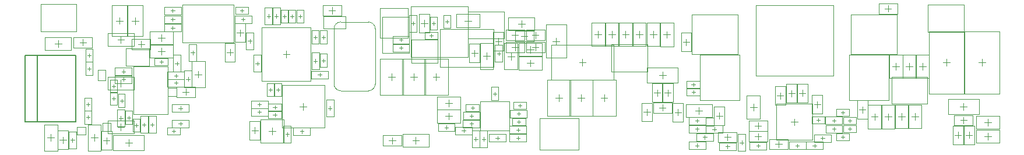
<source format=gbr>
%TF.GenerationSoftware,Altium Limited,Altium Designer,19.0.15 (446)*%
G04 Layer_Color=32768*
%FSLAX45Y45*%
%MOMM*%
%TF.FileFunction,Other,Mechanical_15*%
%TF.Part,Single*%
G01*
G75*
%TA.AperFunction,NonConductor*%
%ADD115C,0.20000*%
%ADD146C,0.10000*%
%ADD206C,0.05000*%
%ADD207C,0.05080*%
D115*
X1136080Y2414077D02*
X1700080D01*
Y1454077D02*
Y2414077D01*
X960080Y1454077D02*
X1700080D01*
X1136080D02*
Y2414077D01*
X960080Y1454077D02*
Y2414077D01*
X1136080D01*
D146*
X6047500Y2802240D02*
G03*
X5947500Y2902240I-100000J0D01*
G01*
X5547500D02*
G03*
X5447500Y2802240I0J-100000D01*
G01*
X5947500Y1902240D02*
G03*
X6047500Y2002240I0J100000D01*
G01*
X5447500D02*
G03*
X5547500Y1902240I100000J0D01*
G01*
X4084000Y2697065D02*
Y2792065D01*
X4036500Y2744565D02*
X4131500D01*
X3937000Y2414580D02*
Y2509580D01*
X3889500Y2462080D02*
X3984500D01*
X5121520Y2211760D02*
X5231520D01*
X5121520Y2456760D02*
X5231520D01*
X5121520Y2211760D02*
Y2456760D01*
X5231520Y2211760D02*
Y2456760D01*
X5176520Y2306760D02*
Y2361760D01*
X5149020Y2334260D02*
X5204020D01*
X5334880Y1526680D02*
X5444880D01*
X5334880Y1771680D02*
X5444880D01*
X5334880Y1526680D02*
Y1771680D01*
X5444880Y1526680D02*
Y1771680D01*
X5389880Y1621680D02*
Y1676680D01*
X5362380Y1649180D02*
X5417380D01*
X6541376Y2758820D02*
X6651376D01*
X6541376Y3003821D02*
X6651376D01*
Y2758820D02*
Y3003821D01*
X6541376Y2758820D02*
Y3003821D01*
X6596376Y2853821D02*
Y2908821D01*
X6568876Y2881321D02*
X6623876D01*
X6298612Y2470163D02*
Y2580163D01*
X6543612Y2470163D02*
Y2580163D01*
X6298612Y2470163D02*
X6543612D01*
X6298612Y2580163D02*
X6543612D01*
X6393612Y2525163D02*
X6448612D01*
X6421112Y2497664D02*
Y2552663D01*
X6543613Y2588745D02*
Y2698745D01*
X6298612Y2588745D02*
Y2698745D01*
X6543613D01*
X6298612Y2588745D02*
X6543613D01*
X6393612Y2643745D02*
X6448612D01*
X6421112Y2616245D02*
Y2671245D01*
X8626184Y2623451D02*
X8726184D01*
X8676184Y2573451D02*
Y2673451D01*
X7345301Y2918460D02*
X7445301D01*
X7395300Y2868460D02*
Y2968460D01*
X6870101Y2881313D02*
X6922101D01*
X6896101Y2855313D02*
Y2907313D01*
X6863080Y2675859D02*
Y2727859D01*
X6837080Y2701859D02*
X6889080D01*
X7063605Y2907313D02*
X7115605D01*
X7089605Y2881312D02*
Y2933313D01*
X6758941Y2833821D02*
Y2928820D01*
X6711441Y2881320D02*
X6806441D01*
X7835900Y2574368D02*
Y2669368D01*
X7788400Y2621868D02*
X7883400D01*
X8029700Y2534748D02*
X8124700D01*
X8077200Y2487248D02*
Y2582248D01*
X8326880Y2534748D02*
X8421880D01*
X8374380Y2487248D02*
Y2582248D01*
X8029700Y2710768D02*
X8124700D01*
X8077200Y2663268D02*
Y2758268D01*
X8326880Y2710768D02*
X8421880D01*
X8374380Y2663268D02*
Y2758268D01*
X5372860Y3068737D02*
X5467860D01*
X5420360Y3021237D02*
Y3116237D01*
X5269360Y2682500D02*
X5321360D01*
X5295360Y2656500D02*
Y2708500D01*
X5150520Y2682240D02*
X5202520D01*
X5176520Y2656240D02*
Y2708240D01*
X2335848Y1759673D02*
X2387848D01*
X2361848Y1733672D02*
Y1785673D01*
X6245820Y1178564D02*
X6340820D01*
X6293320Y1131064D02*
Y1226064D01*
X6586220Y1178560D02*
X6686220D01*
X6636220Y1128560D02*
Y1228560D01*
X2599180Y2578300D02*
X2694180D01*
X2646680Y2530800D02*
Y2625800D01*
X8164700Y2697480D02*
X8259700D01*
X8212200Y2649980D02*
Y2744980D01*
X8123023Y2875680D02*
X8223023D01*
X8173023Y2825680D02*
Y2925680D01*
X1389900Y2583804D02*
X1489900D01*
X1439900Y2533804D02*
Y2633804D01*
X1753360Y2603829D02*
X1848360D01*
X1800860Y2556329D02*
Y2651329D01*
X10972800Y1317948D02*
Y1372948D01*
X10945300Y1345448D02*
X11000300D01*
X10850300Y1400448D02*
X11095300D01*
X10850300Y1290448D02*
X11095300D01*
X10850300D02*
Y1400448D01*
X11095300Y1290448D02*
Y1400448D01*
X10668000Y1857122D02*
Y1909122D01*
X10642000Y1883122D02*
X10694000D01*
X7081520Y1341560D02*
Y1396560D01*
X7054020Y1369060D02*
X7109020D01*
X6959020Y1314060D02*
X7204020D01*
X6959020Y1424060D02*
X7204020D01*
Y1314060D02*
Y1424060D01*
X6959020Y1314060D02*
Y1424060D01*
X7332980Y1295840D02*
Y1350840D01*
X7305480Y1323340D02*
X7360480D01*
X7210480Y1268340D02*
X7455480D01*
X7210480Y1378340D02*
X7455480D01*
Y1268340D02*
Y1378340D01*
X7210480Y1268340D02*
Y1378340D01*
X3152148Y1989260D02*
Y2044260D01*
X3124648Y2016760D02*
X3179648D01*
X3029648Y2071760D02*
X3274648D01*
X3029648Y1961760D02*
X3274648D01*
X3029648D02*
Y2071760D01*
X3274648Y1961760D02*
Y2071760D01*
X3152140Y2093400D02*
Y2148400D01*
X3124640Y2120900D02*
X3179640D01*
X3029640Y2175900D02*
X3274640D01*
X3029640Y2065900D02*
X3274640D01*
X3029640D02*
Y2175900D01*
X3274640Y2065900D02*
Y2175900D01*
X7787500Y2320000D02*
X7897500D01*
X7787500Y2565000D02*
X7897500D01*
X7787500Y2320000D02*
Y2565000D01*
X7897500Y2320000D02*
Y2565000D01*
X7842500Y2415000D02*
Y2470000D01*
X7815000Y2442500D02*
X7870000D01*
X3272400Y2195000D02*
X3382400D01*
X3272400Y1950000D02*
X3382400D01*
Y2195000D01*
X3272400Y1950000D02*
Y2195000D01*
X3327400Y2045000D02*
Y2100000D01*
X3299900Y2072500D02*
X3354900D01*
X2297040Y1383060D02*
X2407040D01*
X2297040Y1628060D02*
X2407040D01*
X2297040Y1383060D02*
Y1628060D01*
X2407040Y1383060D02*
Y1628060D01*
X2352040Y1478061D02*
Y1533061D01*
X2324540Y1505561D02*
X2379540D01*
X1593460Y1063868D02*
X1703460D01*
X1593460Y1308868D02*
X1703460D01*
X1593460Y1063868D02*
Y1308868D01*
X1703460Y1063868D02*
Y1308868D01*
X1648460Y1158868D02*
Y1213868D01*
X1620960Y1186368D02*
X1675960D01*
X2389720Y2155000D02*
Y2210000D01*
X2362220Y2182500D02*
X2417220D01*
X2267220Y2237500D02*
X2512220D01*
X2267220Y2127500D02*
X2512220D01*
X2267220D02*
Y2237500D01*
X2512220Y2127500D02*
Y2237500D01*
X2389720Y2039960D02*
Y2094960D01*
X2362220Y2067460D02*
X2417220D01*
X2267220Y2122460D02*
X2512220D01*
X2267220Y2012460D02*
X2512220D01*
X2267220D02*
Y2122460D01*
X2512220Y2012460D02*
Y2122460D01*
X2780000Y1409700D02*
X2835000D01*
X2807500Y1382200D02*
Y1437200D01*
X2862500Y1287200D02*
Y1532200D01*
X2752500Y1287200D02*
Y1532200D01*
X2862500D01*
X2752500Y1287200D02*
X2862500D01*
X2659820Y1409700D02*
X2714820D01*
X2687320Y1382200D02*
Y1437200D01*
X2742320Y1287200D02*
Y1532200D01*
X2632320Y1287200D02*
Y1532200D01*
X2742320D01*
X2632320Y1287200D02*
X2742320D01*
X2096500Y1177500D02*
X2191500D01*
X2144000Y1130000D02*
Y1225000D01*
X2575560Y1375260D02*
Y1427260D01*
X2549560Y1401260D02*
X2601560D01*
X2468880Y1487840D02*
Y1539840D01*
X2442880Y1513840D02*
X2494880D01*
X3105000Y2912500D02*
Y2967500D01*
X3077500Y2940000D02*
X3132500D01*
X2982500Y2995000D02*
X3227500D01*
X2982500Y2885000D02*
X3227500D01*
X2982500D02*
Y2995000D01*
X3227500Y2885000D02*
Y2995000D01*
X3105000Y3040500D02*
Y3095500D01*
X3077500Y3068000D02*
X3132500D01*
X2982500Y3123000D02*
X3227500D01*
X2982500Y3013000D02*
X3227500D01*
X2982500D02*
Y3123000D01*
X3227500Y3013000D02*
Y3123000D01*
X3105000Y2787500D02*
Y2842500D01*
X3077500Y2815000D02*
X3132500D01*
X2982500Y2870000D02*
X3227500D01*
X2982500Y2760000D02*
X3227500D01*
X2982500D02*
Y2870000D01*
X3227500Y2760000D02*
Y2870000D01*
X3368480Y2456180D02*
X3423480D01*
X3395980Y2428680D02*
Y2483680D01*
X3450980Y2333680D02*
Y2578680D01*
X3340980Y2333680D02*
Y2578680D01*
X3450980D01*
X3340980Y2333680D02*
X3450980D01*
X4196520Y2624365D02*
X4251520D01*
X4224020Y2596865D02*
Y2651865D01*
X4169020Y2501865D02*
Y2746865D01*
X4279020Y2501865D02*
Y2746865D01*
X4169020Y2501865D02*
X4279020D01*
X4169020Y2746865D02*
X4279020D01*
X4127500Y2912500D02*
Y2967500D01*
X4100000Y2940000D02*
X4155000D01*
X4005000Y2885000D02*
X4250000D01*
X4005000Y2995000D02*
X4250000D01*
Y2885000D02*
Y2995000D01*
X4005000Y2885000D02*
Y2995000D01*
X4084000Y3067500D02*
X4136000D01*
X4110000Y3041500D02*
Y3093500D01*
X2937844Y2620500D02*
Y2720500D01*
X2887844Y2670500D02*
X2987844D01*
X2937844Y2425500D02*
Y2525500D01*
X2887844Y2475500D02*
X2987844D01*
X2911500Y2320500D02*
X2963500D01*
X2937500Y2294500D02*
Y2346500D01*
X3138040Y2299620D02*
X3193040D01*
X3165540Y2272120D02*
Y2327120D01*
X3220540Y2177120D02*
Y2422120D01*
X3110540Y2177120D02*
Y2422120D01*
X3220540D01*
X3110540Y2177120D02*
X3220540D01*
X3218220Y1621400D02*
Y1676400D01*
X3190720Y1648900D02*
X3245720D01*
X3095720Y1593900D02*
X3340720D01*
X3095720Y1703900D02*
X3340720D01*
Y1593900D02*
Y1703900D01*
X3095720Y1593900D02*
Y1703900D01*
X3294380Y1837500D02*
Y1932500D01*
X3246880Y1885000D02*
X3341880D01*
X3427260Y2141220D02*
X3527260D01*
X3477260Y2091220D02*
Y2191220D01*
X3090580Y1312500D02*
X3142580D01*
X3116580Y1286500D02*
Y1338500D01*
X2250000Y1944000D02*
Y1996000D01*
X2224000Y1970000D02*
X2276000D01*
X2250000Y1761824D02*
Y1813824D01*
X2224000Y1787824D02*
X2276000D01*
X10750276Y1560128D02*
Y1660128D01*
X10700276Y1610128D02*
X10800276D01*
X10997500Y1537500D02*
X11092500D01*
X11045000Y1490000D02*
Y1585000D01*
X7968667Y2402362D02*
X8068667D01*
X8018667Y2352363D02*
Y2452363D01*
X7442500Y2447500D02*
X7537500D01*
X7490000Y2400000D02*
Y2495000D01*
X4582500Y2987500D02*
X4637500D01*
X4610000Y2960000D02*
Y3015000D01*
X4665000Y2865000D02*
Y3110000D01*
X4555000Y2865000D02*
Y3110000D01*
X4665000D01*
X4555000Y2865000D02*
X4665000D01*
X4470000Y2987500D02*
X4525000D01*
X4497500Y2960000D02*
Y3015000D01*
X4552500Y2865000D02*
Y3110000D01*
X4442500Y2865000D02*
Y3110000D01*
X4552500D01*
X4442500Y2865000D02*
X4552500D01*
X1889760Y2199040D02*
Y2251040D01*
X1863760Y2225040D02*
X1915760D01*
X1889760Y2392080D02*
Y2444080D01*
X1863760Y2418080D02*
X1915760D01*
X1877060Y1679440D02*
Y1731440D01*
X1851060Y1705440D02*
X1903060D01*
X1877468Y1490380D02*
Y1542380D01*
X1851468Y1516380D02*
X1903468D01*
X4280780Y2421200D02*
X4390780D01*
X4280780Y2176200D02*
X4390780D01*
Y2421200D01*
X4280780Y2176200D02*
Y2421200D01*
X4335780Y2271200D02*
Y2326200D01*
X4308280Y2298700D02*
X4363280D01*
X3095680Y1369940D02*
Y1479940D01*
X3340680Y1369940D02*
Y1479940D01*
X3095680D02*
X3340680D01*
X3095680Y1369940D02*
X3340680D01*
X3190680Y1424940D02*
X3245680D01*
X3218180Y1397440D02*
Y1452440D01*
X5362520Y2080557D02*
Y2190557D01*
X5117520Y2080557D02*
Y2190557D01*
Y2080557D02*
X5362520D01*
X5117520Y2190557D02*
X5362520D01*
X5212520Y2135557D02*
X5267520D01*
X5240020Y2108057D02*
Y2163057D01*
X4706480Y2431136D02*
X4806480D01*
X4756480Y2381136D02*
Y2481136D01*
X8252500Y2302500D02*
X8352500D01*
X8302500Y2252500D02*
Y2352500D01*
X8008040Y1514280D02*
Y1624280D01*
X8253040Y1514280D02*
Y1624280D01*
X8008040D02*
X8253040D01*
X8008040Y1514280D02*
X8253040D01*
X8103040Y1569280D02*
X8158040D01*
X8130540Y1541780D02*
Y1596780D01*
X9372300Y1745780D02*
Y1845780D01*
X9322300Y1795780D02*
X9422300D01*
X9040390Y1748098D02*
Y1848098D01*
X8990390Y1798098D02*
X9090390D01*
X8712200Y1748101D02*
Y1848101D01*
X8662200Y1798102D02*
X8762200D01*
X8147050Y1661010D02*
Y1713010D01*
X8121050Y1687010D02*
X8173050D01*
X8253750Y2500000D02*
X8353750D01*
X8303750Y2450000D02*
Y2550000D01*
X7453460Y1322320D02*
X7563460D01*
X7453460Y1077320D02*
X7563460D01*
Y1322320D01*
X7453460Y1077320D02*
Y1322320D01*
X7508460Y1172319D02*
Y1227320D01*
X7480960Y1199820D02*
X7535960D01*
X7567760Y1322288D02*
X7677760D01*
X7567760Y1077288D02*
X7677760D01*
Y1322288D01*
X7567760Y1077288D02*
Y1322288D01*
X7622760Y1172287D02*
Y1227288D01*
X7595260Y1199788D02*
X7650260D01*
X7999120Y1159666D02*
Y1269666D01*
X8244120Y1159666D02*
Y1269666D01*
X7999120D02*
X8244120D01*
X7999120Y1159666D02*
X8244120D01*
X8094120Y1214666D02*
X8149120D01*
X8121620Y1187166D02*
Y1242166D01*
X7067702Y1532500D02*
X7167702D01*
X7117702Y1482500D02*
Y1582500D01*
X7067702Y1720000D02*
X7167702D01*
X7117702Y1670000D02*
Y1770000D01*
X6932500Y2054418D02*
Y2154418D01*
X6882500Y2104417D02*
X6982500D01*
X6610000Y2054418D02*
Y2154418D01*
X6560000Y2104417D02*
X6660000D01*
X6287501Y2054418D02*
Y2154418D01*
X6237500Y2104417D02*
X6337500D01*
X7945000Y1159666D02*
Y1269666D01*
X7700000Y1159666D02*
Y1269666D01*
Y1159666D02*
X7945000D01*
X7700000Y1269666D02*
X7945000D01*
X7795000Y1214666D02*
X7850000D01*
X7822500Y1187167D02*
Y1242166D01*
X7756501Y1861156D02*
X7808501D01*
X7782501Y1835156D02*
Y1887156D01*
X8133750Y1426440D02*
Y1478440D01*
X8107749Y1452440D02*
X8159749D01*
X7322240Y1368180D02*
Y1478180D01*
X7567240Y1368180D02*
Y1478180D01*
X7322240D02*
X7567240D01*
X7322240Y1368180D02*
X7567240D01*
X7417240Y1423180D02*
X7472240D01*
X7444740Y1395680D02*
Y1450680D01*
X8243550Y1279192D02*
Y1389192D01*
X7998550Y1279192D02*
Y1389192D01*
Y1279192D02*
X8243550D01*
X7998550Y1389192D02*
X8243550D01*
X8093550Y1334192D02*
X8148550D01*
X8121050Y1306692D02*
Y1361692D01*
X7568001Y1481400D02*
Y1591400D01*
X7323001Y1481400D02*
Y1591400D01*
Y1481400D02*
X7568001D01*
X7323001Y1591400D02*
X7568001D01*
X7418000Y1536400D02*
X7473001D01*
X7445500Y1508900D02*
Y1563900D01*
X7459780Y1629916D02*
Y1681916D01*
X7433780Y1655916D02*
X7485780D01*
X1969000Y1170000D02*
Y1270000D01*
X1919000Y1220000D02*
X2019000D01*
X2352200Y1958800D02*
Y2058800D01*
X2302200Y2008800D02*
X2402200D01*
X1334900Y1171280D02*
Y1271280D01*
X1284900Y1221280D02*
X1384900D01*
X1509900Y1138860D02*
Y1233860D01*
X1462400Y1186360D02*
X1557400D01*
X7665000Y2357500D02*
Y2457500D01*
X7615000Y2407500D02*
X7715000D01*
X4712780Y1393826D02*
X4822780D01*
X4712780Y1148826D02*
X4822780D01*
Y1393826D01*
X4712780Y1148826D02*
Y1393826D01*
X4767780Y1243826D02*
Y1298826D01*
X4740280Y1271326D02*
X4795280D01*
X12482500Y1451660D02*
Y1503660D01*
X12456500Y1477660D02*
X12508500D01*
X10958610Y1172500D02*
Y1282500D01*
X10713610Y1172500D02*
Y1282500D01*
Y1172500D02*
X10958610D01*
X10713610Y1282500D02*
X10958610D01*
X10808609Y1227500D02*
X10863609D01*
X10836109Y1200000D02*
Y1255000D01*
X10565000Y2562500D02*
Y2657500D01*
X10517500Y2610000D02*
X10612500D01*
X10845001Y1052500D02*
Y1162500D01*
X10600001Y1052500D02*
Y1162500D01*
Y1052500D02*
X10845001D01*
X10600001Y1162500D02*
X10845001D01*
X10695000Y1107500D02*
X10750001D01*
X10722501Y1080000D02*
Y1135000D01*
X10845000Y1292500D02*
Y1402500D01*
X10600000Y1292500D02*
Y1402500D01*
Y1292500D02*
X10845000D01*
X10600000Y1402500D02*
X10845000D01*
X10695000Y1347500D02*
X10750000D01*
X10722500Y1320000D02*
Y1375000D01*
X10845000Y1412500D02*
Y1522500D01*
X10600000Y1412500D02*
Y1522500D01*
Y1412500D02*
X10845000D01*
X10600000Y1522500D02*
X10845000D01*
X10695000Y1467500D02*
X10750000D01*
X10722500Y1440000D02*
Y1495000D01*
X11486480Y1047700D02*
Y1157700D01*
X11731480Y1047700D02*
Y1157700D01*
X11486480D02*
X11731480D01*
X11486480Y1047700D02*
X11731480D01*
X11581480Y1102700D02*
X11636480D01*
X11608980Y1075200D02*
Y1130200D01*
X11315000Y1027500D02*
X11425000D01*
X11315000Y1272500D02*
X11425000D01*
X11315000Y1027500D02*
Y1272500D01*
X11425000Y1027500D02*
Y1272500D01*
X11370000Y1122500D02*
Y1177500D01*
X11342500Y1150000D02*
X11397500D01*
X11540000Y1611160D02*
Y1711160D01*
X11490000Y1661160D02*
X11590000D01*
X12307500Y1050000D02*
Y1160000D01*
X12552500Y1050000D02*
Y1160000D01*
X12307500D02*
X12552500D01*
X12307500Y1050000D02*
X12552500D01*
X12402500Y1105000D02*
X12457500D01*
X12430000Y1077500D02*
Y1132500D01*
X12667500Y1157460D02*
Y1267460D01*
X12422500Y1157460D02*
Y1267460D01*
Y1157460D02*
X12667500D01*
X12422500Y1267460D02*
X12667500D01*
X12517500Y1212460D02*
X12572500D01*
X12545000Y1184960D02*
Y1239960D01*
X11042720Y1038338D02*
Y1148338D01*
X11287720Y1038338D02*
Y1148338D01*
X11042720D02*
X11287720D01*
X11042720Y1038338D02*
X11287720D01*
X11137720Y1093338D02*
X11192721D01*
X11165220Y1065838D02*
Y1120838D01*
X12057500Y1050000D02*
Y1160000D01*
X12302500Y1050000D02*
Y1160000D01*
X12057500D02*
X12302500D01*
X12057500Y1050000D02*
X12302500D01*
X12152500Y1105000D02*
X12207500D01*
X12180000Y1077500D02*
Y1132500D01*
X2512711Y2918460D02*
X2612711D01*
X2562711Y2868460D02*
Y2968460D01*
X2280662Y2919856D02*
X2380662D01*
X2330662Y2869856D02*
Y2969856D01*
X2464000Y1097500D02*
Y1197500D01*
X2414000Y1147500D02*
X2514000D01*
X2302200Y1373800D02*
X2402200D01*
X2352200Y1323800D02*
Y1423800D01*
X2302200Y2646300D02*
X2402200D01*
X2352200Y2596300D02*
Y2696300D01*
X4297680Y1278380D02*
Y1373380D01*
X4250180Y1325880D02*
X4345180D01*
X13840152Y1524796D02*
X13940152D01*
X13890152Y1474795D02*
Y1574795D01*
X4365000Y1566700D02*
Y1621700D01*
X4337500Y1594200D02*
X4392500D01*
X4242500Y1539200D02*
X4487500D01*
X4242500Y1649200D02*
X4487500D01*
Y1539200D02*
Y1649200D01*
X4242500Y1539200D02*
Y1649200D01*
X5547500Y1902240D02*
X5947500D01*
X5447500Y2002240D02*
Y2802240D01*
X6047500Y2002240D02*
Y2802240D01*
X5547500Y2902240D02*
X5947500D01*
X12087500Y1447500D02*
X12187500D01*
X12137500Y1397500D02*
Y1497500D01*
X11560000Y1237804D02*
X11655000D01*
X11607500Y1190304D02*
Y1285304D01*
X12834000Y1291460D02*
Y1401460D01*
X12589000Y1291460D02*
Y1401460D01*
Y1291460D02*
X12834000D01*
X12589000Y1401460D02*
X12834000D01*
X12684000Y1346460D02*
X12739000D01*
X12711500Y1318960D02*
Y1373960D01*
X12940981Y1320460D02*
Y1372460D01*
X12914980Y1346460D02*
X12966980D01*
X12836501Y1560320D02*
Y1612320D01*
X12810500Y1586320D02*
X12862500D01*
X10667420Y1966022D02*
Y2018022D01*
X10641420Y1992022D02*
X10693420D01*
X14348460Y2262498D02*
Y2362498D01*
X14298460Y2312498D02*
X14398460D01*
X13123682Y1578100D02*
Y1673100D01*
X13076181Y1625600D02*
X13171181D01*
X11560000Y1394460D02*
X11655000D01*
X11607500Y1346960D02*
Y1441960D01*
X11860000Y1126497D02*
X11955000D01*
X11907500Y1078997D02*
Y1173997D01*
X12095140Y1816434D02*
Y1911434D01*
X12047640Y1863934D02*
X12142640D01*
X12251546Y1821176D02*
Y1916176D01*
X12204046Y1868676D02*
X12299046D01*
X12833501Y1413820D02*
Y1523820D01*
X12588500Y1413820D02*
Y1523820D01*
Y1413820D02*
X12833501D01*
X12588500Y1523820D02*
X12833501D01*
X12683499Y1468820D02*
X12738500D01*
X12710999Y1441320D02*
Y1496320D01*
X12941000Y1442820D02*
Y1494820D01*
X12914999Y1468820D02*
X12966998D01*
X12836501Y1202960D02*
Y1254960D01*
X12810500Y1228960D02*
X12862500D01*
X14513741Y1210000D02*
Y1305000D01*
X14466240Y1257500D02*
X14561240D01*
X14673740Y1210000D02*
Y1305000D01*
X14626241Y1257500D02*
X14721240D01*
X14543739Y1672500D02*
X14643739D01*
X14593739Y1622500D02*
Y1722500D01*
X10172500Y1656859D02*
X10267500D01*
X10220000Y1609359D02*
Y1704359D01*
X10444480Y1541334D02*
Y1636334D01*
X10396980Y1588834D02*
X10491980D01*
X9994160Y1543601D02*
Y1638601D01*
X9946661Y1591101D02*
X10041660D01*
X10142500Y1824282D02*
Y1919282D01*
X10095000Y1871782D02*
X10190000D01*
X10297500Y1824282D02*
Y1919282D01*
X10250000Y1871782D02*
X10345000D01*
X13450000Y3095000D02*
X13545000D01*
X13497501Y3047500D02*
Y3142500D01*
X11116952Y1227500D02*
X11211952D01*
X11164452Y1180000D02*
Y1275000D01*
X11930380Y1781300D02*
Y1876300D01*
X11882880Y1828800D02*
X11977880D01*
X12468860Y1656840D02*
Y1751840D01*
X12421360Y1704340D02*
X12516360D01*
X14859000Y2262490D02*
Y2362490D01*
X14809000Y2312490D02*
X14909000D01*
X9007640Y2313402D02*
X9107640D01*
X9057640Y2263402D02*
Y2363402D01*
X14546240Y1472500D02*
X14641240D01*
X14593739Y1425000D02*
Y1520000D01*
X14896152Y1238636D02*
X14996152D01*
X14946152Y1188635D02*
Y1288635D01*
X14896152Y1441136D02*
X14996152D01*
X14946152Y1391135D02*
Y1491135D01*
X13300153Y1473580D02*
Y1573580D01*
X13250153Y1523580D02*
X13350153D01*
X13695152Y1474795D02*
Y1574795D01*
X13645152Y1524796D02*
X13745152D01*
X10170000Y2129283D02*
X10270000D01*
X10220000Y2079282D02*
Y2179282D01*
X13997501Y2207500D02*
Y2307500D01*
X13947501Y2257500D02*
X14047501D01*
X13612500Y2207500D02*
Y2307500D01*
X13562500Y2257500D02*
X13662500D01*
X13497652Y1473580D02*
Y1573580D01*
X13447652Y1523580D02*
X13547652D01*
X13805000Y2208364D02*
Y2308364D01*
X13755000Y2258364D02*
X13855000D01*
X9483572Y2668363D02*
Y2768364D01*
X9433572Y2718363D02*
X9533572D01*
X9684643Y2668363D02*
Y2768364D01*
X9634643Y2718363D02*
X9734643D01*
X9885714Y2668363D02*
Y2768364D01*
X9835714Y2718363D02*
X9935714D01*
X10086786Y2668363D02*
Y2768364D01*
X10036786Y2718363D02*
X10136786D01*
X9285531Y2671247D02*
Y2771247D01*
X9235531Y2721247D02*
X9335531D01*
X10285014Y2667220D02*
Y2767221D01*
X10235014Y2717220D02*
X10335014D01*
X5295344Y2317103D02*
Y2369103D01*
X5269344Y2343103D02*
X5321344D01*
X4502780Y1313500D02*
X4602780D01*
X4552780Y1263500D02*
Y1363500D01*
X4632384Y1893040D02*
Y1945040D01*
X4606384Y1919040D02*
X4658384D01*
X4525656Y1893040D02*
Y1945040D01*
X4499656Y1919040D02*
X4551656D01*
X4954479Y2959731D02*
Y3011732D01*
X4928479Y2985732D02*
X4980479D01*
X4840179Y2959731D02*
Y3011732D01*
X4814179Y2985732D02*
X4866179D01*
X4725879Y2959731D02*
Y3011732D01*
X4699879Y2985732D02*
X4751879D01*
X4562384Y1665639D02*
X4614384D01*
X4588384Y1639639D02*
Y1691638D01*
X4562384Y1551339D02*
X4614384D01*
X4588384Y1525339D02*
Y1577338D01*
X4950960Y1674180D02*
X5050960D01*
X5000960Y1624180D02*
Y1724180D01*
X4980640Y1286000D02*
Y1341000D01*
X4953140Y1313500D02*
X5008140D01*
X4858140Y1368500D02*
X5103140D01*
X4858140Y1258500D02*
X5103140D01*
X4858140D02*
Y1368500D01*
X5103140Y1258500D02*
Y1368500D01*
X4242500Y1649200D02*
Y1759200D01*
X4487500Y1649200D02*
Y1759200D01*
X4242500D02*
X4487500D01*
X4242500Y1649200D02*
X4487500D01*
X4337500Y1704200D02*
X4392500D01*
X4365000Y1676700D02*
Y1731700D01*
D206*
X4009000Y2879565D02*
X4159000D01*
X4009000Y2609565D02*
X4159000D01*
Y2879565D01*
X4009000Y2609565D02*
Y2879565D01*
X3862000Y2597080D02*
X4012000D01*
X3862000Y2327080D02*
X4012000D01*
Y2597080D01*
X3862000Y2327080D02*
Y2597080D01*
X8526184Y2383451D02*
Y2863451D01*
X8826184Y2383451D02*
Y2863451D01*
X8526184D02*
X8826184D01*
X8526184Y2383451D02*
X8826184D01*
X7225301Y2823460D02*
Y3013460D01*
X7565301Y2823460D02*
Y3013460D01*
X7225301Y2823460D02*
X7565301D01*
X7225301Y3013460D02*
X7565301D01*
X6573041Y2647500D02*
X6958041D01*
X6573041Y2305500D02*
Y2647500D01*
Y2305500D02*
X6958041D01*
Y2647500D01*
X6946101Y2786313D02*
Y2976313D01*
X6846101Y2786313D02*
Y2976313D01*
Y2786313D02*
X6946101D01*
X6846101Y2976313D02*
X6946101D01*
X6768080Y2751859D02*
X6958080D01*
X6768080Y2651859D02*
X6958080D01*
Y2751859D01*
X6768080Y2651859D02*
Y2751859D01*
X7139605Y2812313D02*
Y3002313D01*
X7039605Y2812313D02*
Y3002313D01*
Y2812313D02*
X7139605D01*
X7039605Y3002313D02*
X7139605D01*
X6683941Y3016321D02*
X6833941D01*
X6683941Y2746320D02*
X6833941D01*
X6683941D02*
Y3016321D01*
X6833941Y2746320D02*
Y3016321D01*
X7767105Y2248931D02*
Y2798931D01*
X6986105Y2248931D02*
Y2798931D01*
X7767105D01*
X6986105Y2248931D02*
X7767105D01*
X7760900Y2756868D02*
X7910900D01*
X7760900Y2486868D02*
X7910900D01*
X7760900D02*
Y2756868D01*
X7910900Y2486868D02*
Y2756868D01*
X8212200Y2459748D02*
Y2609748D01*
X7942200Y2459748D02*
Y2609748D01*
X8212200D01*
X7942200Y2459748D02*
X8212200D01*
X8239380D02*
Y2609748D01*
X8509380Y2459748D02*
Y2609748D01*
X8239380Y2459748D02*
X8509380D01*
X8239380Y2609748D02*
X8509380D01*
X8212200Y2635768D02*
Y2785768D01*
X7942200Y2635768D02*
Y2785768D01*
X8212200D01*
X7942200Y2635768D02*
X8212200D01*
X8239380D02*
Y2785768D01*
X8509380Y2635768D02*
Y2785768D01*
X8239380Y2635768D02*
X8509380D01*
X8239380Y2785768D02*
X8509380D01*
X5555360Y2993736D02*
Y3143736D01*
X5285360Y2993736D02*
Y3143736D01*
Y2993736D02*
X5555360D01*
X5285360Y3143736D02*
X5555360D01*
X2017640Y2201460D02*
X2127640D01*
Y2051460D02*
Y2201460D01*
X2017640Y2051460D02*
X2127640D01*
X2017640D02*
Y2201460D01*
X5298460Y2808100D02*
Y2983100D01*
Y2808100D02*
X5618460D01*
Y2983100D01*
X5298460D02*
X5618460D01*
X5345360Y2587500D02*
Y2777500D01*
X5245360Y2587500D02*
Y2777500D01*
X5345360D01*
X5245360Y2587500D02*
X5345360D01*
X5226520Y2587240D02*
Y2777240D01*
X5126520Y2587240D02*
Y2777240D01*
X5226520D01*
X5126520Y2587240D02*
X5226520D01*
X2311848Y1664673D02*
Y1854672D01*
X2411848Y1664673D02*
Y1854672D01*
X2311848Y1664673D02*
X2411848D01*
X2311848Y1854672D02*
X2411848D01*
X6158320Y1103564D02*
Y1253564D01*
X6428320Y1103564D02*
Y1253564D01*
X6158320D02*
X6428320D01*
X6158320Y1103564D02*
X6428320D01*
X6826720Y1083560D02*
Y1273560D01*
X6445720Y1083560D02*
Y1273560D01*
Y1083560D02*
X6826720D01*
X6445720Y1273560D02*
X6826720D01*
X2511680Y2503300D02*
Y2653300D01*
X2781680Y2503300D02*
Y2653300D01*
X2511680D02*
X2781680D01*
X2511680Y2503300D02*
X2781680D01*
X8077200Y2622480D02*
Y2772480D01*
X8347200Y2622480D02*
Y2772480D01*
X8077200D02*
X8347200D01*
X8077200Y2622480D02*
X8347200D01*
X7982523Y2780680D02*
Y2970680D01*
X8363523Y2780680D02*
Y2970680D01*
X7982523D02*
X8363523D01*
X7982523Y2780680D02*
X8363523D01*
X1249400Y2488804D02*
Y2678804D01*
X1630400Y2488804D02*
Y2678804D01*
X1249400D02*
X1630400D01*
X1249400Y2488804D02*
X1630400D01*
X1935860Y2528829D02*
Y2678829D01*
X1665860Y2528829D02*
Y2678829D01*
Y2528829D02*
X1935860D01*
X1665860Y2678829D02*
X1935860D01*
X12706160Y2123940D02*
Y3141440D01*
X11573660Y2123940D02*
X12706160D01*
X11573660Y3141440D02*
X12706160D01*
X11573660Y2123940D02*
Y3141440D01*
X13505499Y1763364D02*
Y2428364D01*
X12935500Y1763364D02*
X13505499D01*
X12935500D02*
Y2428364D01*
X13505499D01*
X12958501Y2437364D02*
X13623500D01*
X12958501D02*
Y3007364D01*
X13623500D01*
Y2437364D02*
Y3007364D01*
X10647500Y3007500D02*
X11312500D01*
Y2437500D02*
Y3007500D01*
X10647500Y2437500D02*
X11312500D01*
X10647500D02*
Y3007500D01*
X11337000Y1762500D02*
Y2427500D01*
X10767000Y1762500D02*
X11337000D01*
X10767000D02*
Y2427500D01*
X11337000D01*
X10573000Y1833122D02*
X10763000D01*
X10573000Y1933122D02*
X10763000D01*
Y1833122D02*
Y1933122D01*
X10573000Y1833122D02*
Y1933122D01*
X2537980Y1560440D02*
Y2255440D01*
X3032980D01*
Y1560440D02*
Y2255440D01*
X2537980Y1560440D02*
X3032980D01*
X2069000Y1042500D02*
Y1312500D01*
X2219000Y1042500D02*
Y1312500D01*
X2069000Y1042500D02*
X2219000D01*
X2069000Y1312500D02*
X2219000D01*
X2525560Y1306260D02*
X2625560D01*
X2525560Y1496260D02*
X2625560D01*
X2525560Y1306260D02*
Y1496260D01*
X2625560Y1306260D02*
Y1496260D01*
X2418880Y1608840D02*
X2518880D01*
X2418880Y1418840D02*
X2518880D01*
Y1608840D01*
X2418880Y1418840D02*
Y1608840D01*
X4205000Y3017500D02*
Y3117500D01*
X4015000Y3017500D02*
Y3117500D01*
Y3017500D02*
X4205000D01*
X4015000Y3117500D02*
X4205000D01*
X2767844Y2765500D02*
X3107844D01*
X2767844Y2575500D02*
X3107844D01*
X2767844D02*
Y2765500D01*
X3107844Y2575500D02*
Y2765500D01*
X2767844Y2570500D02*
X3107844D01*
X2767844Y2380500D02*
X3107844D01*
X2767844D02*
Y2570500D01*
X3107844Y2380500D02*
Y2570500D01*
X2842500Y2270500D02*
Y2370500D01*
X3032500Y2270500D02*
Y2370500D01*
X2842500D02*
X3032500D01*
X2842500Y2270500D02*
X3032500D01*
X3034260Y1827680D02*
Y1941680D01*
Y1827680D02*
X3158260D01*
Y1941680D01*
X3034260D02*
X3158260D01*
X3159380Y1810000D02*
X3429380D01*
X3159380Y1960000D02*
X3429380D01*
Y1810000D02*
Y1960000D01*
X3159380Y1810000D02*
Y1960000D01*
X3382260Y1950720D02*
Y2331720D01*
X3572260Y1950720D02*
Y2331720D01*
X3382260Y1950720D02*
X3572260D01*
X3382260Y2331720D02*
X3572260D01*
X3211580Y1262500D02*
Y1362500D01*
X3021580Y1262500D02*
Y1362500D01*
Y1262500D02*
X3211580D01*
X3021580Y1362500D02*
X3211580D01*
X2200000Y1875000D02*
X2300000D01*
X2200000Y2065000D02*
X2300000D01*
X2200000Y1875000D02*
Y2065000D01*
X2300000Y1875000D02*
Y2065000D01*
X2200000Y1882824D02*
X2300000D01*
X2200000Y1692824D02*
X2300000D01*
Y1882824D01*
X2200000Y1692824D02*
Y1882824D01*
X10559776Y1515128D02*
X10940776D01*
X10559776Y1705128D02*
X10940776D01*
Y1515128D02*
Y1705128D01*
X10559776Y1515128D02*
Y1705128D01*
X11120000Y1402500D02*
Y1672500D01*
X10970000Y1402500D02*
Y1672500D01*
X11120000D01*
X10970000Y1402500D02*
X11120000D01*
X10850500Y1388000D02*
X10964500D01*
Y1512000D01*
X10850500D02*
X10964500D01*
X10850500Y1388000D02*
Y1512000D01*
X8113667Y2211862D02*
Y2592862D01*
X7923667Y2211862D02*
Y2592862D01*
X8113667D01*
X7923667Y2211862D02*
X8113667D01*
X7565000Y2312500D02*
Y2582500D01*
X7415000Y2312500D02*
Y2582500D01*
X7565000D01*
X7415000Y2312500D02*
X7565000D01*
X14078300Y2757520D02*
X14598300D01*
X14078300D02*
Y3150520D01*
X14598300D01*
Y2757520D02*
Y3150520D01*
X2762500Y2265000D02*
Y2515000D01*
X2427500Y2265000D02*
Y2515000D01*
Y2265000D02*
X2762500D01*
X2427500Y2515000D02*
X2762500D01*
X1839760Y2130040D02*
X1939760D01*
X1839760Y2320040D02*
X1939760D01*
X1839760Y2130040D02*
Y2320040D01*
X1939760Y2130040D02*
Y2320040D01*
X1839760Y2513080D02*
X1939760D01*
X1839760Y2323080D02*
X1939760D01*
Y2513080D01*
X1839760Y2323080D02*
Y2513080D01*
X3988500Y2602500D02*
Y3152500D01*
X3246500Y2602500D02*
Y3152500D01*
Y2602500D02*
X3988500D01*
X3246500Y3152500D02*
X3988500D01*
X1827060Y1800440D02*
X1927060D01*
X1827060Y1610440D02*
X1927060D01*
Y1800440D01*
X1827060Y1610440D02*
Y1800440D01*
X1827468Y1421380D02*
X1927468D01*
X1827468Y1611380D02*
X1927468D01*
X1827468Y1421380D02*
Y1611380D01*
X1927468Y1421380D02*
Y1611380D01*
X2088000Y1437000D02*
X2202000D01*
X2088000Y1313000D02*
Y1437000D01*
Y1313000D02*
X2202000D01*
Y1437000D01*
X1840000Y1261260D02*
Y1375260D01*
X1716000D02*
X1840000D01*
X1716000Y1261260D02*
Y1375260D01*
Y1261260D02*
X1840000D01*
X1187800Y2767680D02*
Y3160680D01*
Y2767680D02*
X1707800D01*
Y3160680D01*
X1187800D02*
X1707800D01*
X5111480Y2041136D02*
Y2821136D01*
X4401480Y2041136D02*
Y2821136D01*
X5111480D01*
X4401480Y2041136D02*
X5111480D01*
X8132500Y2207500D02*
Y2397500D01*
X8472500Y2207500D02*
Y2397500D01*
X8132500D02*
X8472500D01*
X8132500Y2207500D02*
X8472500D01*
X9202300Y1534780D02*
X9542300D01*
X9202300Y2056780D02*
X9542300D01*
X9202300Y1534780D02*
Y2056780D01*
X9542300Y1534780D02*
Y2056780D01*
X8870390Y1537098D02*
X9210390D01*
X8870390Y2059098D02*
X9210390D01*
X8870390Y1537098D02*
Y2059098D01*
X9210390Y1537098D02*
Y2059098D01*
X8542200Y1537102D02*
X8882200D01*
X8542200Y2059102D02*
X8882200D01*
X8542200Y1537102D02*
Y2059102D01*
X8882200Y1537102D02*
Y2059102D01*
X8052050Y1637010D02*
X8242050D01*
X8052050Y1737010D02*
X8242050D01*
Y1637010D02*
Y1737010D01*
X8052050Y1637010D02*
Y1737010D01*
X8133750Y2405000D02*
Y2595000D01*
X8473750Y2405000D02*
Y2595000D01*
X8133750D02*
X8473750D01*
X8133750Y2405000D02*
X8473750D01*
X6947702Y1437500D02*
Y1627500D01*
X7287702Y1437500D02*
Y1627500D01*
X6947702D02*
X7287702D01*
X6947702Y1437500D02*
X7287702D01*
X6947702Y1625000D02*
Y1815000D01*
X7287702Y1625000D02*
Y1815000D01*
X6947702D02*
X7287702D01*
X6947702Y1625000D02*
X7287702D01*
X6762501Y2365417D02*
X7102500D01*
X6762501Y1843417D02*
X7102500D01*
Y2365417D01*
X6762501Y1843417D02*
Y2365417D01*
X6440001D02*
X6780000D01*
X6440001Y1843417D02*
X6780000D01*
Y2365417D01*
X6440001Y1843417D02*
Y2365417D01*
X6117501D02*
X6457500D01*
X6117501Y1843417D02*
X6457500D01*
Y2365417D01*
X6117501Y1843417D02*
Y2365417D01*
X6146000Y2974240D02*
X6539000D01*
X6146000Y2454240D02*
Y2974240D01*
Y2454240D02*
X6539000D01*
Y2974240D01*
X7392501Y2390916D02*
Y3130917D01*
X6562501Y2390916D02*
X7392501D01*
X6562501D02*
Y3130917D01*
X7392501D01*
X7993000Y1324500D02*
Y1745500D01*
X7572000Y1324500D02*
Y1745500D01*
Y1324500D02*
X7993000D01*
X7572000Y1745500D02*
X7993000D01*
X7732501Y1766156D02*
Y1956156D01*
X7832501Y1766156D02*
Y1956156D01*
X7732501Y1766156D02*
X7832501D01*
X7732501Y1956156D02*
X7832501D01*
X8038749Y1502440D02*
X8228749D01*
X8038749Y1402440D02*
X8228749D01*
X8038749D02*
Y1502440D01*
X8228749Y1402440D02*
Y1502440D01*
X7364780Y1705916D02*
X7554780D01*
X7364780Y1605916D02*
X7554780D01*
X7364780D02*
Y1705916D01*
X7554780Y1605916D02*
Y1705916D01*
X1874000Y1410500D02*
X2064000D01*
X1874000Y1029500D02*
X2064000D01*
Y1410500D01*
X1874000Y1029500D02*
Y1410500D01*
X2161700Y2103800D02*
X2542700D01*
X2161700Y1913800D02*
X2542700D01*
Y2103800D01*
X2161700Y1913800D02*
Y2103800D01*
X7915560Y2658460D02*
Y3051460D01*
X7395560D02*
X7915560D01*
X7395560Y2658460D02*
Y3051460D01*
Y2658460D02*
X7915560D01*
X1239900Y1411780D02*
X1429900D01*
X1239900Y1030780D02*
X1429900D01*
Y1411780D01*
X1239900Y1030780D02*
Y1411780D01*
X1434901Y1321360D02*
X1584901D01*
X1434901Y1051360D02*
X1584901D01*
Y1321360D01*
X1434901Y1051360D02*
Y1321360D01*
X9999501Y2180498D02*
Y2573498D01*
X9479501D02*
X9999501D01*
X9479501Y2180498D02*
Y2573498D01*
Y2180498D02*
X9999501D01*
X13547501Y1711000D02*
Y2104000D01*
Y1711000D02*
X14067500D01*
Y2104000D01*
X13547501D02*
X14067500D01*
X8434820Y1042000D02*
Y1498000D01*
Y1042000D02*
X9004820D01*
Y1498000D01*
X8434820D02*
X9004820D01*
X7570000Y2217000D02*
X7760000D01*
X7570000Y2598000D02*
X7760000D01*
X7570000Y2217000D02*
Y2598000D01*
X7760000Y2217000D02*
Y2598000D01*
X12387500Y1427660D02*
X12577500D01*
X12387500Y1527660D02*
X12577500D01*
Y1427660D02*
Y1527660D01*
X12387500Y1427660D02*
Y1527660D01*
X10490000Y2745000D02*
X10640000D01*
X10490000Y2475000D02*
X10640000D01*
Y2745000D01*
X10490000Y2475000D02*
Y2745000D01*
X11445000Y1491160D02*
X11635000D01*
X11445000Y1831160D02*
X11635000D01*
X11445000Y1491160D02*
Y1831160D01*
X11635000Y1491160D02*
Y1831160D01*
X2672711Y2693460D02*
Y3143460D01*
X2452711Y2693460D02*
Y3143460D01*
X2672711D01*
X2452711Y2693460D02*
X2672711D01*
X2440662Y2694856D02*
Y3144856D01*
X2220662Y2694856D02*
Y3144856D01*
X2440662D01*
X2220662Y2694856D02*
X2440662D01*
X2239000Y1037500D02*
X2689000D01*
X2239000Y1257500D02*
X2689000D01*
Y1037500D02*
Y1257500D01*
X2239000Y1037500D02*
Y1257500D01*
X2161700Y1278800D02*
Y1468800D01*
X2542700Y1278800D02*
Y1468800D01*
X2161700Y1278800D02*
X2542700D01*
X2161700Y1468800D02*
X2542700D01*
X2161700Y2551300D02*
Y2741300D01*
X2542700Y2551300D02*
Y2741300D01*
X2161700Y2551300D02*
X2542700D01*
X2161700Y2741300D02*
X2542700D01*
X4222680Y1460880D02*
X4372680D01*
X4222680Y1190880D02*
X4372680D01*
Y1460880D01*
X4222680Y1190880D02*
Y1460880D01*
X13985152Y1354795D02*
Y1694795D01*
X13795152Y1354795D02*
Y1694795D01*
X13985152D01*
X13795152Y1354795D02*
X13985152D01*
X11875000Y1185000D02*
Y1710000D01*
X12400000Y1185000D02*
Y1710000D01*
X11875000D02*
X12400000D01*
X11875000Y1185000D02*
X12400000D01*
X11472500Y1162804D02*
Y1312804D01*
X11742500Y1162804D02*
Y1312804D01*
X11472500D02*
X11742500D01*
X11472500Y1162804D02*
X11742500D01*
X12845979Y1396460D02*
X13035980D01*
X12845979Y1296460D02*
X13035980D01*
X12845979D02*
Y1396460D01*
X13035980Y1296460D02*
Y1396460D01*
X12741500Y1636320D02*
X12931500D01*
X12741500Y1536320D02*
X12931500D01*
X12741500D02*
Y1636320D01*
X12931500Y1536320D02*
Y1636320D01*
X10572420Y1942022D02*
X10762420D01*
X10572420Y2042022D02*
X10762420D01*
Y1942022D02*
Y2042022D01*
X10572420Y1942022D02*
Y2042022D01*
X14093460Y1857498D02*
X14603461D01*
X14093460Y2767498D02*
X14603461D01*
X14093460Y1857498D02*
Y2767498D01*
X14603461Y1857498D02*
Y2767498D01*
X13048682Y1490600D02*
X13198682D01*
X13048682Y1760600D02*
X13198682D01*
X13048682Y1490600D02*
Y1760600D01*
X13198682Y1490600D02*
Y1760600D01*
X11472500Y1319460D02*
Y1469460D01*
X11742500Y1319460D02*
Y1469460D01*
X11472500D02*
X11742500D01*
X11472500Y1319460D02*
X11742500D01*
X11772500Y1051497D02*
Y1201497D01*
X12042500Y1051497D02*
Y1201497D01*
X11772500D02*
X12042500D01*
X11772500Y1051497D02*
X12042500D01*
X12020140Y1728934D02*
X12170140D01*
X12020140Y1998934D02*
X12170140D01*
X12020140Y1728934D02*
Y1998934D01*
X12170140Y1728934D02*
Y1998934D01*
X12176546Y2003676D02*
X12326546D01*
X12176546Y1733676D02*
X12326546D01*
Y2003676D01*
X12176546Y1733676D02*
Y2003676D01*
X12845999Y1518820D02*
X13035999D01*
X12845999Y1418820D02*
X13035999D01*
X12845999D02*
Y1518820D01*
X13035999Y1418820D02*
Y1518820D01*
X12741500Y1278960D02*
X12931500D01*
X12741500Y1178960D02*
X12931500D01*
X12741500D02*
Y1278960D01*
X12931500Y1178960D02*
Y1278960D01*
X14438741Y1122500D02*
X14588741D01*
X14438741Y1392500D02*
X14588741D01*
X14438741Y1122500D02*
Y1392500D01*
X14588741Y1122500D02*
Y1392500D01*
X14598740Y1122500D02*
X14748740D01*
X14598740Y1392500D02*
X14748740D01*
X14598740Y1122500D02*
Y1392500D01*
X14748740Y1122500D02*
Y1392500D01*
X14368739Y1562500D02*
Y1782500D01*
X14818739Y1562500D02*
Y1782500D01*
X14368739D02*
X14818739D01*
X14368739Y1562500D02*
X14818739D01*
X10355000Y1581859D02*
Y1731859D01*
X10085000Y1581859D02*
Y1731859D01*
Y1581859D02*
X10355000D01*
X10085000Y1731859D02*
X10355000D01*
X10369480Y1453834D02*
X10519480D01*
X10369480Y1723834D02*
X10519480D01*
X10369480Y1453834D02*
Y1723834D01*
X10519480Y1453834D02*
Y1723834D01*
X9919161Y1456101D02*
X10069160D01*
X9919161Y1726101D02*
X10069160D01*
X9919161Y1456101D02*
Y1726101D01*
X10069160Y1456101D02*
Y1726101D01*
X10067500Y1736782D02*
X10217500D01*
X10067500Y2006782D02*
X10217500D01*
X10067500Y1736782D02*
Y2006782D01*
X10217500Y1736782D02*
Y2006782D01*
X10222500Y1736782D02*
X10372500D01*
X10222500Y2006782D02*
X10372500D01*
X10222500Y1736782D02*
Y2006782D01*
X10372500Y1736782D02*
Y2006782D01*
X13362500Y3020000D02*
Y3170000D01*
X13632500Y3020000D02*
Y3170000D01*
X13362500D02*
X13632500D01*
X13362500Y3020000D02*
X13632500D01*
X11029452Y1152500D02*
Y1302500D01*
X11299452Y1152500D02*
Y1302500D01*
X11029452D02*
X11299452D01*
X11029452Y1152500D02*
X11299452D01*
X11855380Y1963800D02*
X12005380D01*
X11855380Y1693800D02*
X12005380D01*
Y1963800D01*
X11855380Y1693800D02*
Y1963800D01*
X12393860Y1839340D02*
X12543860D01*
X12393860Y1569340D02*
X12543860D01*
Y1839340D01*
X12393860Y1569340D02*
Y1839340D01*
X14603999Y1857490D02*
X15114000D01*
X14603999Y2767490D02*
X15114000D01*
X14603999Y1857490D02*
Y2767490D01*
X15114000Y1857490D02*
Y2767490D01*
X9512640Y2058402D02*
Y2568402D01*
X8602640Y2058402D02*
Y2568402D01*
Y2058402D02*
X9512640D01*
X8602640Y2568402D02*
X9512640D01*
X14458740Y1397500D02*
Y1547500D01*
X14728740Y1397500D02*
Y1547500D01*
X14458740D02*
X14728740D01*
X14458740Y1397500D02*
X14728740D01*
X15116151Y1143636D02*
Y1333635D01*
X14776152Y1143636D02*
Y1333635D01*
Y1143636D02*
X15116151D01*
X14776152Y1333635D02*
X15116151D01*
Y1346135D02*
Y1536135D01*
X14776152Y1346135D02*
Y1536135D01*
Y1346135D02*
X15116151D01*
X14776152Y1536135D02*
X15116151D01*
X13205151Y1353580D02*
X13395152D01*
X13205151Y1693580D02*
X13395152D01*
X13205151Y1353580D02*
Y1693580D01*
X13395152Y1353580D02*
Y1693580D01*
X13600153Y1354795D02*
X13790150D01*
X13600153Y1694795D02*
X13790150D01*
X13600153Y1354795D02*
Y1694795D01*
X13790150Y1354795D02*
Y1694795D01*
X9995000Y2019282D02*
Y2239283D01*
X10445000Y2019282D02*
Y2239283D01*
X9995000D02*
X10445000D01*
X9995000Y2019282D02*
X10445000D01*
X13902499Y2427500D02*
X14092500D01*
X13902499Y2087500D02*
X14092500D01*
Y2427500D01*
X13902499Y2087500D02*
Y2427500D01*
X13517500D02*
X13707500D01*
X13517500Y2087500D02*
X13707500D01*
Y2427500D01*
X13517500Y2087500D02*
Y2427500D01*
X13402652Y1353580D02*
X13592651D01*
X13402652Y1693580D02*
X13592651D01*
X13402652Y1353580D02*
Y1693580D01*
X13592651Y1353580D02*
Y1693580D01*
X13710001Y2428364D02*
X13900000D01*
X13710001Y2088364D02*
X13900000D01*
Y2428364D01*
X13710001Y2088364D02*
Y2428364D01*
X9388572Y2888364D02*
X9578572D01*
X9388572Y2548363D02*
X9578572D01*
Y2888364D01*
X9388572Y2548363D02*
Y2888364D01*
X9589643D02*
X9779643D01*
X9589643Y2548363D02*
X9779643D01*
Y2888364D01*
X9589643Y2548363D02*
Y2888364D01*
X9790714D02*
X9980714D01*
X9790714Y2548363D02*
X9980714D01*
Y2888364D01*
X9790714Y2548363D02*
Y2888364D01*
X9991786D02*
X10181786D01*
X9991786Y2548363D02*
X10181786D01*
Y2888364D01*
X9991786Y2548363D02*
Y2888364D01*
X9190531Y2891247D02*
X9380531D01*
X9190531Y2551247D02*
X9380531D01*
Y2891247D01*
X9190531Y2551247D02*
Y2891247D01*
X10190014Y2887221D02*
X10380014D01*
X10190014Y2547220D02*
X10380014D01*
Y2887221D01*
X10190014Y2547220D02*
Y2887221D01*
X5245344Y2248103D02*
X5345344D01*
X5245344Y2438103D02*
X5345344D01*
X5245344Y2248103D02*
Y2438103D01*
X5345344Y2248103D02*
Y2438103D01*
X4722780Y1143500D02*
Y1483500D01*
X4382780Y1143500D02*
Y1483500D01*
X4722780D01*
X4382780Y1143500D02*
X4722780D01*
X4582385Y1824040D02*
X4682385D01*
X4582385Y2014040D02*
X4682385D01*
X4582385Y1824040D02*
Y2014040D01*
X4682385Y1824040D02*
Y2014040D01*
X4475656Y1824040D02*
X4575656D01*
X4475656Y2014040D02*
X4575656D01*
X4475656Y1824040D02*
Y2014040D01*
X4575656Y1824040D02*
Y2014040D01*
X4904479Y3080731D02*
X5004479D01*
X4904479Y2890732D02*
X5004479D01*
Y3080731D01*
X4904479Y2890732D02*
Y3080731D01*
X4790179D02*
X4890179D01*
X4790179Y2890732D02*
X4890179D01*
Y3080731D01*
X4790179Y2890732D02*
Y3080731D01*
X4675879D02*
X4775879D01*
X4675879Y2890732D02*
X4775879D01*
Y3080731D01*
X4675879Y2890732D02*
Y3080731D01*
X4493384Y1615638D02*
Y1715638D01*
X4683384Y1615638D02*
Y1715638D01*
X4493384D02*
X4683384D01*
X4493384Y1615638D02*
X4683384D01*
X4493384Y1501338D02*
Y1601338D01*
X4683384Y1501338D02*
Y1601338D01*
X4493384D02*
X4683384D01*
X4493384Y1501338D02*
X4683384D01*
X4693460Y1366680D02*
Y1981680D01*
X5308460Y1366680D02*
Y1981680D01*
X4693460D02*
X5308460D01*
X4693460Y1366680D02*
X5308460D01*
D207*
X6520300Y2668900D02*
Y3105500D01*
X6115700Y2668900D02*
Y3105500D01*
X6520300D01*
X6115700Y2668900D02*
X6520300D01*
%TF.MD5,32ba4de0bdd1c11776cc54746529f50e*%
M02*

</source>
